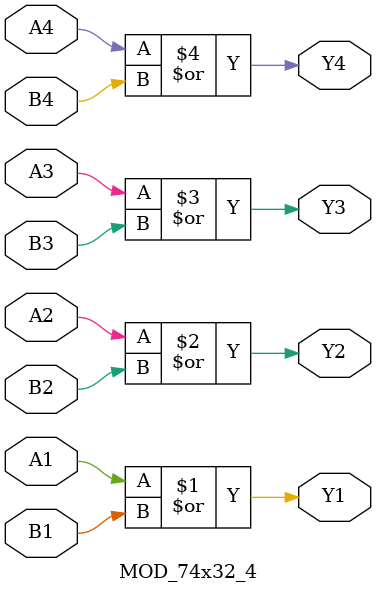
<source format=v>
module MOD_74x32_4 (
    input A1,
    input B1,
    input A2,
    input B2,
    input A3,
    input B3,
    input A4,
    input B4,
    output Y1,
    output Y2,
    output Y3,
    output Y4);

assign Y1 = A1 | B1;
assign Y2 = A2 | B2;
assign Y3 = A3 | B3;
assign Y4 = A4 | B4;

endmodule
</source>
